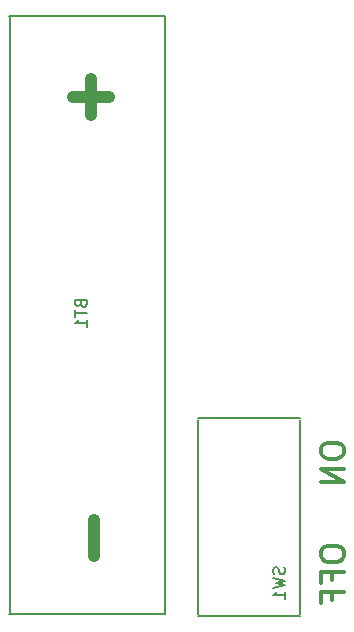
<source format=gbo>
G04 #@! TF.GenerationSoftware,KiCad,Pcbnew,5.0.1*
G04 #@! TF.CreationDate,2018-11-24T16:53:29-06:00*
G04 #@! TF.ProjectId,chrimbus,636872696D6275732E6B696361645F70,rev?*
G04 #@! TF.SameCoordinates,Original*
G04 #@! TF.FileFunction,Legend,Bot*
G04 #@! TF.FilePolarity,Positive*
%FSLAX46Y46*%
G04 Gerber Fmt 4.6, Leading zero omitted, Abs format (unit mm)*
G04 Created by KiCad (PCBNEW 5.0.1) date Sat 24 Nov 2018 04:53:29 PM CST*
%MOMM*%
%LPD*%
G01*
G04 APERTURE LIST*
%ADD10C,0.150000*%
%ADD11C,1.000000*%
%ADD12C,0.300000*%
%ADD13C,2.302000*%
%ADD14C,1.102000*%
%ADD15C,3.102000*%
G04 APERTURE END LIST*
D10*
G04 #@! TO.C,BT1*
X172198000Y-124019000D02*
X172198000Y-73519000D01*
X159018000Y-124019000D02*
X159018000Y-73519000D01*
X172198000Y-124019000D02*
X158990000Y-124019000D01*
X172212000Y-73406000D02*
X159004000Y-73406000D01*
G04 #@! TO.C,SW1*
X183642000Y-107594000D02*
X183642000Y-124054000D01*
X175006000Y-107594000D02*
X175006000Y-124054000D01*
X175006000Y-124206000D02*
X183642000Y-124206000D01*
X175006000Y-107442000D02*
X183642000Y-107442000D01*
G04 #@! TO.C,BT1*
X165028571Y-97766285D02*
X165076190Y-97909142D01*
X165123809Y-97956761D01*
X165219047Y-98004380D01*
X165361904Y-98004380D01*
X165457142Y-97956761D01*
X165504761Y-97909142D01*
X165552380Y-97813904D01*
X165552380Y-97432952D01*
X164552380Y-97432952D01*
X164552380Y-97766285D01*
X164600000Y-97861523D01*
X164647619Y-97909142D01*
X164742857Y-97956761D01*
X164838095Y-97956761D01*
X164933333Y-97909142D01*
X164980952Y-97861523D01*
X165028571Y-97766285D01*
X165028571Y-97432952D01*
X164552380Y-98290095D02*
X164552380Y-98861523D01*
X165552380Y-98575809D02*
X164552380Y-98575809D01*
X165552380Y-99718666D02*
X165552380Y-99147238D01*
X165552380Y-99432952D02*
X164552380Y-99432952D01*
X164695238Y-99337714D01*
X164790476Y-99242476D01*
X164838095Y-99147238D01*
D11*
X165893714Y-78740190D02*
X165893714Y-81787809D01*
X167417523Y-80264000D02*
X164369904Y-80264000D01*
X166147714Y-116078190D02*
X166147714Y-119125809D01*
G04 #@! TO.C,SW1*
D10*
X182268761Y-120078666D02*
X182316380Y-120221523D01*
X182316380Y-120459619D01*
X182268761Y-120554857D01*
X182221142Y-120602476D01*
X182125904Y-120650095D01*
X182030666Y-120650095D01*
X181935428Y-120602476D01*
X181887809Y-120554857D01*
X181840190Y-120459619D01*
X181792571Y-120269142D01*
X181744952Y-120173904D01*
X181697333Y-120126285D01*
X181602095Y-120078666D01*
X181506857Y-120078666D01*
X181411619Y-120126285D01*
X181364000Y-120173904D01*
X181316380Y-120269142D01*
X181316380Y-120507238D01*
X181364000Y-120650095D01*
X181316380Y-120983428D02*
X182316380Y-121221523D01*
X181602095Y-121412000D01*
X182316380Y-121602476D01*
X181316380Y-121840571D01*
X182316380Y-122745333D02*
X182316380Y-122173904D01*
X182316380Y-122459619D02*
X181316380Y-122459619D01*
X181459238Y-122364380D01*
X181554476Y-122269142D01*
X181602095Y-122173904D01*
D12*
X185340761Y-110013904D02*
X185340761Y-110394857D01*
X185436000Y-110585333D01*
X185626476Y-110775809D01*
X186007428Y-110871047D01*
X186674095Y-110871047D01*
X187055047Y-110775809D01*
X187245523Y-110585333D01*
X187340761Y-110394857D01*
X187340761Y-110013904D01*
X187245523Y-109823428D01*
X187055047Y-109632952D01*
X186674095Y-109537714D01*
X186007428Y-109537714D01*
X185626476Y-109632952D01*
X185436000Y-109823428D01*
X185340761Y-110013904D01*
X187340761Y-111728190D02*
X185340761Y-111728190D01*
X187340761Y-112871047D01*
X185340761Y-112871047D01*
X185340761Y-118745238D02*
X185340761Y-119126190D01*
X185436000Y-119316666D01*
X185626476Y-119507142D01*
X186007428Y-119602380D01*
X186674095Y-119602380D01*
X187055047Y-119507142D01*
X187245523Y-119316666D01*
X187340761Y-119126190D01*
X187340761Y-118745238D01*
X187245523Y-118554761D01*
X187055047Y-118364285D01*
X186674095Y-118269047D01*
X186007428Y-118269047D01*
X185626476Y-118364285D01*
X185436000Y-118554761D01*
X185340761Y-118745238D01*
X186293142Y-121126190D02*
X186293142Y-120459523D01*
X187340761Y-120459523D02*
X185340761Y-120459523D01*
X185340761Y-121411904D01*
X186293142Y-122840476D02*
X186293142Y-122173809D01*
X187340761Y-122173809D02*
X185340761Y-122173809D01*
X185340761Y-123126190D01*
G04 #@! TD*
%LPC*%
D13*
G04 #@! TO.C,MH1*
X167132000Y-57404000D03*
G04 #@! TD*
G04 #@! TO.C,BT1*
X165608000Y-122174000D03*
X165608000Y-75364000D03*
G04 #@! TD*
D14*
G04 #@! TO.C,J1*
X178054000Y-89408000D03*
X183134000Y-88392000D03*
X183134000Y-90424000D03*
G04 #@! TD*
D15*
G04 #@! TO.C,SW1*
X179070000Y-111224000D03*
X179070000Y-115824000D03*
G04 #@! TD*
M02*

</source>
